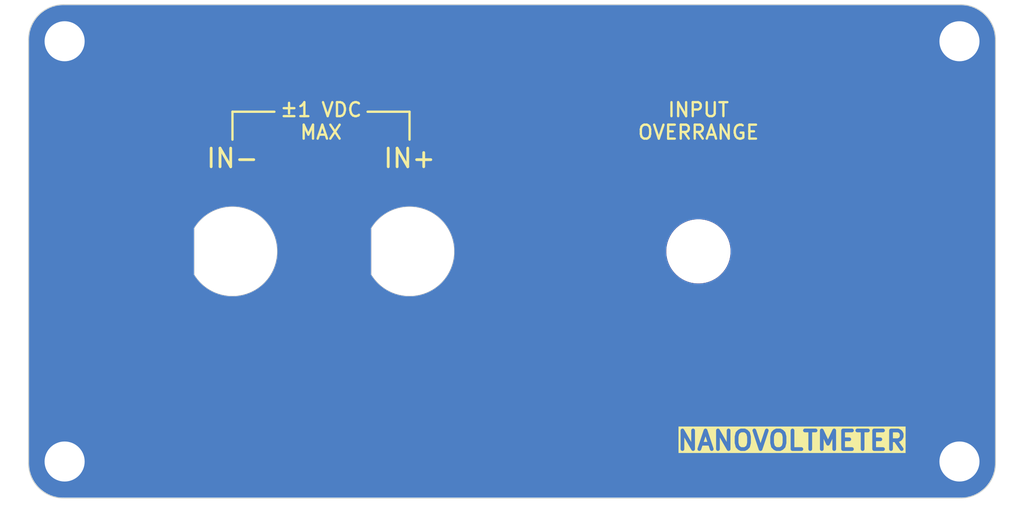
<source format=kicad_pcb>
(kicad_pcb (version 20221018) (generator pcbnew)
  (layers (0 "F.Cu" signal) (31 "B.Cu" signal) (34 "B.Paste" user) (35 "F.Paste" user) (36 "B.SilkS" user "B.Silkscreen") (37 "F.SilkS" user "F.Silkscreen") (38 "B.Mask" user) (39 "F.Mask" user) (44 "Edge.Cuts" user))
  (net 0 "")
  (net 1 "GND")
  (footprint "MountingHole:MountingHole_6.4mm_M6" (layer "F.Cu") (at 170 60)
    (fp_text reference "H7" hide)
    (fp_text value "LED_Mount")
    (pad "" np_thru_hole circle (at 0 0) (size 6.4 6.4) (drill 6.4) (layers "*.Cu" "*.Mask"))
  )
  (footprint "MountingHole:MountingHole_4.3mm_M4_ISO7380" (layer "F.Cu") (at 101.99 82.57)
    (fp_text reference "H2" hide)
    (fp_text value "MountingHole_Pad")
    (pad "" thru_hole circle (at 0 0) (size 5 5) (drill 4.3) (layers "*.Cu" "*.Mask") (net 1 "GND"))
  )
  (footprint "MountingHole:PanelCutout_Pomona37x0" (layer "F.Cu") (at 120 60 90)
    (fp_text reference "H5" hide)
    (fp_text value "MountingHole")
    (fp_line (start -2.5 -4.1) (end 2.5 -4.1) (stroke (width 0.05)) (layer "Edge.Cuts"))
    (fp_arc (start 2.5 -4.099999) (mid 0 4.802082) (end -2.5 -4.099999) (stroke (width 0.05)) (layer "Edge.Cuts"))
  )
  (footprint "MountingHole:PanelCutout_Pomona37x0" (layer "F.Cu") (at 139 60 90)
    (fp_text reference "H6" hide)
    (fp_text value "MountingHole")
    (fp_line (start -2.5 -4.1) (end 2.5 -4.1) (stroke (width 0.05)) (layer "Edge.Cuts"))
    (fp_arc (start 2.5 -4.099999) (mid 0 4.802082) (end -2.5 -4.099999) (stroke (width 0.05)) (layer "Edge.Cuts"))
  )
  (footprint "MountingHole:MountingHole_4.3mm_M4_ISO7380" (layer "F.Cu") (at 198.01 37.43)
    (fp_text reference "H4" hide)
    (fp_text value "MountingHole_Pad")
    (pad "" thru_hole circle (at 0 0) (size 5 5) (drill 4.3) (layers "*.Cu" "*.Mask") (net 1 "GND"))
  )
  (footprint "MountingHole:MountingHole_4.3mm_M4_ISO7380" (layer "F.Cu") (at 198.01 82.57)
    (fp_text reference "H3" hide)
    (fp_text value "MountingHole_Pad")
    (pad "" thru_hole circle (at 0 0) (size 5 5) (drill 4.3) (layers "*.Cu" "*.Mask") (net 1 "GND"))
  )
  (footprint "MountingHole:MountingHole_4.3mm_M4_ISO7380" (layer "F.Cu") (at 101.99 37.43)
    (fp_text reference "H1" hide)
    (fp_text value "MountingHole_Pad")
    (pad "" thru_hole circle (at 0 0) (size 5 5) (drill 4.3) (layers "*.Cu" "*.Mask") (net 1 "GND"))
  )
  (gr_line (start 120 48) (end 120 45) (stroke (width 0.25)) (layer "F.SilkS"))
  (gr_line (start 139 45) (end 134.5 45) (stroke (width 0.25)) (layer "F.SilkS"))
  (gr_line (start 139 48) (end 139 45) (stroke (width 0.25)) (layer "F.SilkS"))
  (gr_line (start 120 45) (end 124.5 45) (stroke (width 0.25)) (layer "F.SilkS"))
  (gr_arc (start 198.13 33.5) (mid 200.78165 34.59835) (end 201.88 37.25) (stroke (width 0.1)) (layer "Edge.Cuts"))
  (gr_line (start 101.87 33.5) (end 198.13 33.5) (stroke (width 0.1)) (layer "Edge.Cuts"))
  (gr_line (start 201.88 37.25) (end 201.88 82.75) (stroke (width 0.1)) (layer "Edge.Cuts"))
  (gr_arc (start 101.87 86.5) (mid 99.21835 85.40165) (end 98.12 82.75) (stroke (width 0.1)) (layer "Edge.Cuts"))
  (gr_arc (start 201.88 82.75) (mid 200.78165 85.40165) (end 198.13 86.5) (stroke (width 0.1)) (layer "Edge.Cuts"))
  (gr_arc (start 98.12 37.25) (mid 99.21835 34.59835) (end 101.87 33.5) (stroke (width 0.1)) (layer "Edge.Cuts"))
  (gr_line (start 98.12 82.75) (end 98.12 37.25) (stroke (width 0.1)) (layer "Edge.Cuts"))
  (gr_line (start 198.13 86.5) (end 101.87 86.5) (stroke (width 0.1)) (layer "Edge.Cuts"))
  (gr_text "IN-" (at 120 50) (layer "F.SilkS") (effects (font (size 2 2) (thickness 0.3))))
  (gr_text "INPUT\nOVERRANGE" (at 170 46) (layer "F.SilkS") (effects (font (size 1.5 1.5) (thickness 0.25))))
  (gr_text "NANOVOLTMETER" (at 180 81.5) (layer "F.SilkS" knockout) (effects (font (size 2 2) (thickness 0.4) bold) (justify bottom)))
  (gr_text "IN+" (at 139 50) (layer "F.SilkS") (effects (font (size 2 2) (thickness 0.3))))
  (gr_text "±1 VDC\nMAX" (at 129.5 46) (layer "F.SilkS") (effects (font (size 1.5 1.5) (thickness 0.25))))
  (zone (net 1) (net_name "GND") (layers "F&B.Cu") (connect_pads yes (clearance 0.508)) (min_thickness 0.254) (fill yes (thermal_gap 0.508) (thermal_bridge_width 0.508))
    (polygon (pts (xy 202 87) (xy 98 87) (xy 98 33) (xy 202 33)))
  )
)
</source>
